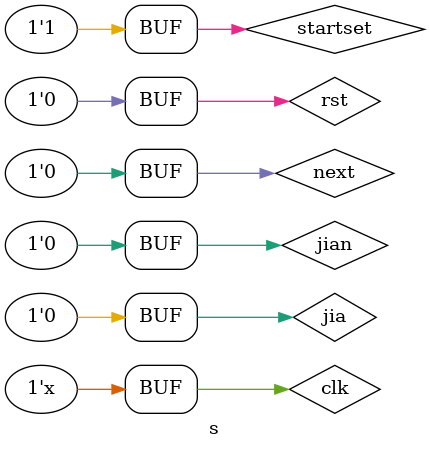
<source format=v>
`timescale 1ns / 1ps
module s(

    );
    reg clk,startset;reg  jia,jian,next,rst;
         wire[7:0]maxtime;wire endset;wire[3:0] maxuser;wire[3:0] scorejia;wire[3:0] scorejian;
    
    setting u1(.clk(clk),.startset(startset),.maxtime(maxtime),.rst(rst),.jia(jia),.jian(jian),.next(next),.endset(endset),.maxuser(maxuser),.scorejia(scorejia),.scorejian(scorejian));
    
    always
    begin; 
    #5 clk=~clk;   
    end
    
    initial
    begin
    clk=0;rst=0; startset=1;next=0;
    #10 rst=1;
    #10 rst=0;
    #10 jia=1; #10 jia=0;
    #10 jian=1; #10 jian=0;
    #10 next=1;#10 next=0;
    #10 jia=1; #10 jia=0;
    #10 jian=1; #10 jian=0;
    #10 rst=1;
    #10 rst=0;
    end
    
    
endmodule

</source>
